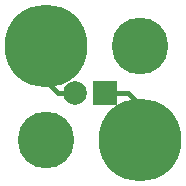
<source format=gbr>
G04 #@! TF.FileFunction,Copper,L2,Bot,Signal*
%FSLAX46Y46*%
G04 Gerber Fmt 4.6, Leading zero omitted, Abs format (unit mm)*
G04 Created by KiCad (PCBNEW (2015-08-15 BZR 6092)-product) date 1/30/2016 9:52:25 PM*
%MOMM*%
G01*
G04 APERTURE LIST*
%ADD10C,0.100000*%
%ADD11R,2.000000X2.000000*%
%ADD12C,2.000000*%
%ADD13C,7.000000*%
%ADD14C,4.800000*%
%ADD15C,0.406400*%
G04 APERTURE END LIST*
D10*
D11*
X164000000Y-105000000D03*
D12*
X161460000Y-105000000D03*
D13*
X159000000Y-101000000D03*
D14*
X167000000Y-101000000D03*
X159000000Y-109000000D03*
D13*
X167000000Y-109000000D03*
D15*
X159000000Y-101000000D02*
X159000000Y-104000000D01*
X159000000Y-104000000D02*
X160000000Y-105000000D01*
X160000000Y-105000000D02*
X161460000Y-105000000D01*
X164000000Y-105000000D02*
X166000000Y-105000000D01*
X166000000Y-105000000D02*
X167000000Y-106000000D01*
X167000000Y-106000000D02*
X167000000Y-109000000D01*
M02*

</source>
